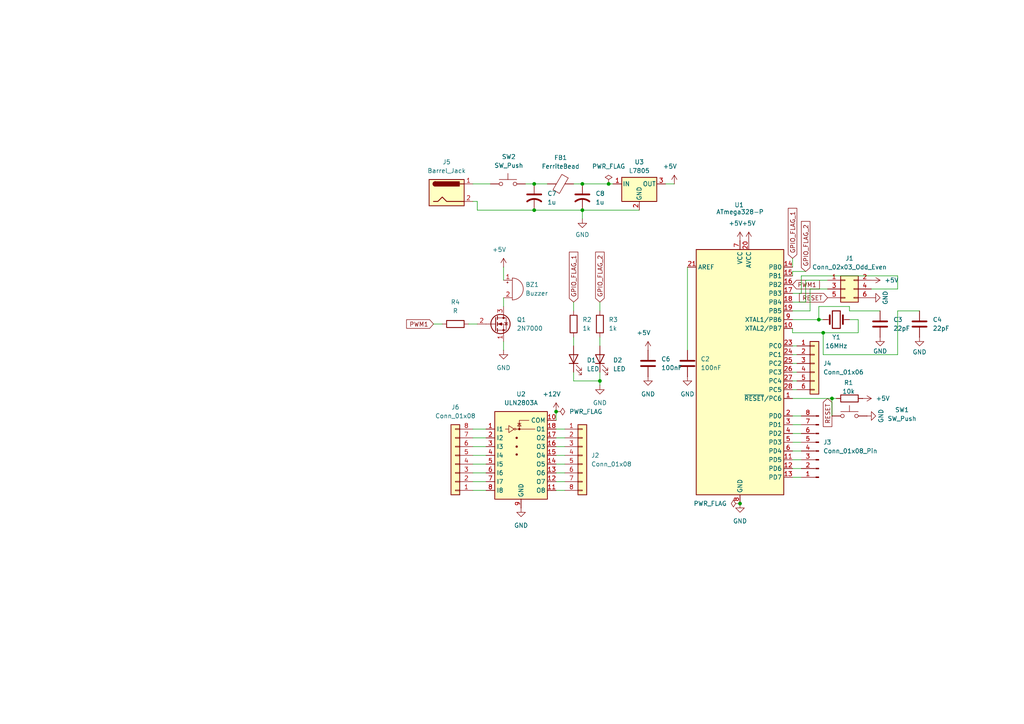
<source format=kicad_sch>
(kicad_sch (version 20250114) (generator "eeschema") (generator_version "9.0")
  (paper "A4")
  (title_block (title "AVR Controller Board") (date "2026-02-23") (company "Chaitanya Rathi") (comment 1 "E168 E3") (comment 2 "Sap ID: 60002240220"))
  (lib_symbols
    (symbol "Connector:Barrel_Jack" (pin_names (offset 1.016))
      (property "Reference" "J" (at 0 5.334 0))
      (property "Value" "Barrel_Jack" (at 0 -5.08 0))
      (symbol "Barrel_Jack_0_1"
        (rectangle (start -5.08 3.81) (end 5.08 -3.81) (stroke (width 0.254)) (fill (type background)))
        (polyline (pts (xy -3.81 -2.54) (xy -2.54 -2.54) (xy -1.27 -1.27) (xy 0 -2.54) (xy 2.54 -2.54) (xy 5.08 -2.54)) (stroke (width 0.254)))
        (arc (start -3.302 1.905) (mid -3.9343 2.54) (end -3.302 3.175) (stroke (width 0.254)))
        (arc (start -3.302 1.905) (mid -3.9343 2.54) (end -3.302 3.175) (stroke (width 0.254)) (fill (type outline)))
        (rectangle (start 3.683 3.175) (end -3.302 1.905) (stroke (width 0.254)) (fill (type outline)))
        (polyline (pts (xy 5.08 2.54) (xy 3.81 2.54)) (stroke (width 0.254)))
      )
      (symbol "Barrel_Jack_1_1"
        (pin passive line (at 7.62 2.54 180) (length 2.54) (name "~") (number "1"))
        (pin passive line (at 7.62 -2.54 180) (length 2.54) (name "~") (number "2"))
      )
    )
    (symbol "Connector:Conn_01x08_Pin" (pin_names (offset 1.016) (hide yes))
      (property "Reference" "J" (at 0 10.16 0))
      (property "Value" "Conn_01x08_Pin" (at 0 -12.7 0))
      (symbol "Conn_01x08_Pin_1_1"
        (rectangle (start 0.8636 7.747) (end 0 7.493) (stroke (width 0.1524)) (fill (type outline)))
        (rectangle (start 0.8636 5.207) (end 0 4.953) (stroke (width 0.1524)) (fill (type outline)))
        (rectangle (start 0.8636 2.667) (end 0 2.413) (stroke (width 0.1524)) (fill (type outline)))
        (rectangle (start 0.8636 0.127) (end 0 -0.127) (stroke (width 0.1524)) (fill (type outline)))
        (rectangle (start 0.8636 -2.413) (end 0 -2.667) (stroke (width 0.1524)) (fill (type outline)))
        (rectangle (start 0.8636 -4.953) (end 0 -5.207) (stroke (width 0.1524)) (fill (type outline)))
        (rectangle (start 0.8636 -7.493) (end 0 -7.747) (stroke (width 0.1524)) (fill (type outline)))
        (rectangle (start 0.8636 -10.033) (end 0 -10.287) (stroke (width 0.1524)) (fill (type outline)))
        (polyline (pts (xy 1.27 7.62) (xy 0.8636 7.62)) (stroke (width 0.1524)))
        (polyline (pts (xy 1.27 5.08) (xy 0.8636 5.08)) (stroke (width 0.1524)))
        (polyline (pts (xy 1.27 2.54) (xy 0.8636 2.54)) (stroke (width 0.1524)))
        (polyline (pts (xy 1.27 0) (xy 0.8636 0)) (stroke (width 0.1524)))
        (polyline (pts (xy 1.27 -2.54) (xy 0.8636 -2.54)) (stroke (width 0.1524)))
        (polyline (pts (xy 1.27 -5.08) (xy 0.8636 -5.08)) (stroke (width 0.1524)))
        (polyline (pts (xy 1.27 -7.62) (xy 0.8636 -7.62)) (stroke (width 0.1524)))
        (polyline (pts (xy 1.27 -10.16) (xy 0.8636 -10.16)) (stroke (width 0.1524)))
        (pin passive line (at 5.08 7.62 180) (length 3.81) (name "Pin_1") (number "1"))
        (pin passive line (at 5.08 5.08 180) (length 3.81) (name "Pin_2") (number "2"))
        (pin passive line (at 5.08 2.54 180) (length 3.81) (name "Pin_3") (number "3"))
        (pin passive line (at 5.08 0 180) (length 3.81) (name "Pin_4") (number "4"))
        (pin passive line (at 5.08 -2.54 180) (length 3.81) (name "Pin_5") (number "5"))
        (pin passive line (at 5.08 -5.08 180) (length 3.81) (name "Pin_6") (number "6"))
        (pin passive line (at 5.08 -7.62 180) (length 3.81) (name "Pin_7") (number "7"))
        (pin passive line (at 5.08 -10.16 180) (length 3.81) (name "Pin_8") (number "8"))
      )
    )
    (symbol "Connector_Generic:Conn_01x06" (pin_names (offset 1.016) (hide yes))
      (property "Reference" "J" (at 0 7.62 0))
      (property "Value" "Conn_01x06" (at 0 -10.16 0))
      (symbol "Conn_01x06_1_1"
        (rectangle (start -1.27 6.35) (end 1.27 -8.89) (stroke (width 0.254)) (fill (type background)))
        (rectangle (start -1.27 5.207) (end 0 4.953) (stroke (width 0.1524)))
        (rectangle (start -1.27 2.667) (end 0 2.413) (stroke (width 0.1524)))
        (rectangle (start -1.27 0.127) (end 0 -0.127) (stroke (width 0.1524)))
        (rectangle (start -1.27 -2.413) (end 0 -2.667) (stroke (width 0.1524)))
        (rectangle (start -1.27 -4.953) (end 0 -5.207) (stroke (width 0.1524)))
        (rectangle (start -1.27 -7.493) (end 0 -7.747) (stroke (width 0.1524)))
        (pin passive line (at -5.08 5.08 0) (length 3.81) (name "Pin_1") (number "1"))
        (pin passive line (at -5.08 2.54 0) (length 3.81) (name "Pin_2") (number "2"))
        (pin passive line (at -5.08 0 0) (length 3.81) (name "Pin_3") (number "3"))
        (pin passive line (at -5.08 -2.54 0) (length 3.81) (name "Pin_4") (number "4"))
        (pin passive line (at -5.08 -5.08 0) (length 3.81) (name "Pin_5") (number "5"))
        (pin passive line (at -5.08 -7.62 0) (length 3.81) (name "Pin_6") (number "6"))
      )
    )
    (symbol "Connector_Generic:Conn_01x08" (pin_names (offset 1.016) (hide yes))
      (property "Reference" "J" (at 0 10.16 0))
      (property "Value" "Conn_01x08" (at 0 -12.7 0))
      (symbol "Conn_01x08_1_1"
        (rectangle (start -1.27 8.89) (end 1.27 -11.43) (stroke (width 0.254)) (fill (type background)))
        (rectangle (start -1.27 7.747) (end 0 7.493) (stroke (width 0.1524)))
        (rectangle (start -1.27 5.207) (end 0 4.953) (stroke (width 0.1524)))
        (rectangle (start -1.27 2.667) (end 0 2.413) (stroke (width 0.1524)))
        (rectangle (start -1.27 0.127) (end 0 -0.127) (stroke (width 0.1524)))
        (rectangle (start -1.27 -2.413) (end 0 -2.667) (stroke (width 0.1524)))
        (rectangle (start -1.27 -4.953) (end 0 -5.207) (stroke (width 0.1524)))
        (rectangle (start -1.27 -7.493) (end 0 -7.747) (stroke (width 0.1524)))
        (rectangle (start -1.27 -10.033) (end 0 -10.287) (stroke (width 0.1524)))
        (pin passive line (at -5.08 7.62 0) (length 3.81) (name "Pin_1") (number "1"))
        (pin passive line (at -5.08 5.08 0) (length 3.81) (name "Pin_2") (number "2"))
        (pin passive line (at -5.08 2.54 0) (length 3.81) (name "Pin_3") (number "3"))
        (pin passive line (at -5.08 0 0) (length 3.81) (name "Pin_4") (number "4"))
        (pin passive line (at -5.08 -2.54 0) (length 3.81) (name "Pin_5") (number "5"))
        (pin passive line (at -5.08 -5.08 0) (length 3.81) (name "Pin_6") (number "6"))
        (pin passive line (at -5.08 -7.62 0) (length 3.81) (name "Pin_7") (number "7"))
        (pin passive line (at -5.08 -10.16 0) (length 3.81) (name "Pin_8") (number "8"))
      )
    )
    (symbol "Connector_Generic:Conn_02x03_Odd_Even" (pin_names (offset 1.016) (hide yes))
      (property "Reference" "J" (at 1.27 5.08 0))
      (property "Value" "Conn_02x03_Odd_Even" (at 1.27 -5.08 0))
      (symbol "Conn_02x03_Odd_Even_1_1"
        (rectangle (start -1.27 3.81) (end 3.81 -3.81) (stroke (width 0.254)) (fill (type background)))
        (rectangle (start -1.27 2.667) (end 0 2.413) (stroke (width 0.1524)))
        (rectangle (start -1.27 0.127) (end 0 -0.127) (stroke (width 0.1524)))
        (rectangle (start -1.27 -2.413) (end 0 -2.667) (stroke (width 0.1524)))
        (rectangle (start 3.81 2.667) (end 2.54 2.413) (stroke (width 0.1524)))
        (rectangle (start 3.81 0.127) (end 2.54 -0.127) (stroke (width 0.1524)))
        (rectangle (start 3.81 -2.413) (end 2.54 -2.667) (stroke (width 0.1524)))
        (pin passive line (at -5.08 2.54 0) (length 3.81) (name "Pin_1") (number "1"))
        (pin passive line (at -5.08 0 0) (length 3.81) (name "Pin_3") (number "3"))
        (pin passive line (at -5.08 -2.54 0) (length 3.81) (name "Pin_5") (number "5"))
        (pin passive line (at 7.62 2.54 180) (length 3.81) (name "Pin_2") (number "2"))
        (pin passive line (at 7.62 0 180) (length 3.81) (name "Pin_4") (number "4"))
        (pin passive line (at 7.62 -2.54 180) (length 3.81) (name "Pin_6") (number "6"))
      )
    )
    (symbol "Device:Buzzer" (pin_names (offset 0.0254) (hide yes))
      (property "Reference" "BZ" (at 3.81 1.27 0))
      (property "Value" "Buzzer" (at 3.81 -1.27 0))
      (symbol "Buzzer_0_1"
        (polyline (pts (xy -1.651 1.905) (xy -1.143 1.905)))
        (polyline (pts (xy -1.397 2.159) (xy -1.397 1.651)))
        (arc (start 0 3.175) (mid 3.1612 0) (end 0 -3.175))
        (polyline (pts (xy 0 3.175) (xy 0 -3.175)))
      )
      (symbol "Buzzer_1_1"
        (pin passive line (at -2.54 2.54 0) (length 2.54) (name "+") (number "1"))
        (pin passive line (at -2.54 -2.54 0) (length 2.54) (name "-") (number "2"))
      )
    )
    (symbol "Device:C" (pin_numbers (hide yes)) (pin_names (offset 0.254))
      (property "Reference" "C" (at 0.635 2.54 0))
      (property "Value" "C" (at 0.635 -2.54 0))
      (symbol "C_0_1"
        (polyline (pts (xy -2.032 0.762) (xy 2.032 0.762)) (stroke (width 0.508)))
        (polyline (pts (xy -2.032 -0.762) (xy 2.032 -0.762)) (stroke (width 0.508)))
      )
      (symbol "C_1_1"
        (pin passive line (at 0 3.81 270) (length 2.794) (name "~") (number "1"))
        (pin passive line (at 0 -3.81 90) (length 2.794) (name "~") (number "2"))
      )
    )
    (symbol "Device:C_US" (pin_numbers (hide yes)) (pin_names (offset 0.254) (hide yes))
      (property "Reference" "C" (at 0.635 2.54 0))
      (property "Value" "C_US" (at 0.635 -2.54 0))
      (symbol "C_US_0_1"
        (polyline (pts (xy -2.032 0.762) (xy 2.032 0.762)) (stroke (width 0.508)))
        (arc (start -2.032 -1.27) (mid 0 -0.5572) (end 2.032 -1.27) (stroke (width 0.508)))
      )
      (symbol "C_US_1_1"
        (pin passive line (at 0 3.81 270) (length 2.794) (name "~") (number "1"))
        (pin passive line (at 0 -3.81 90) (length 3.302) (name "~") (number "2"))
      )
    )
    (symbol "Device:Crystal" (pin_numbers (hide yes)) (pin_names (offset 1.016) (hide yes))
      (property "Reference" "Y" (at 0 3.81 0))
      (property "Value" "Crystal" (at 0 -3.81 0))
      (symbol "Crystal_0_1"
        (polyline (pts (xy -2.54 0) (xy -1.905 0)))
        (polyline (pts (xy -1.905 -1.27) (xy -1.905 1.27)) (stroke (width 0.508)))
        (rectangle (start -1.143 2.54) (end 1.143 -2.54) (stroke (width 0.3048)))
        (polyline (pts (xy 1.905 -1.27) (xy 1.905 1.27)) (stroke (width 0.508)))
        (polyline (pts (xy 2.54 0) (xy 1.905 0)))
      )
      (symbol "Crystal_1_1"
        (pin passive line (at -3.81 0 0) (length 1.27) (name "1") (number "1"))
        (pin passive line (at 3.81 0 180) (length 1.27) (name "2") (number "2"))
      )
    )
    (symbol "Device:FerriteBead" (pin_numbers (hide yes)) (pin_names (offset 0))
      (property "Reference" "FB" (at -3.81 0.635 90))
      (property "Value" "FerriteBead" (at 3.81 0 90))
      (symbol "FerriteBead_0_1"
        (polyline (pts (xy -2.7686 0.4064) (xy -1.7018 2.2606) (xy 2.7686 -0.3048) (xy 1.6764 -2.159) (xy -2.7686 0.4064)))
        (polyline (pts (xy 0 1.27) (xy 0 1.2954)))
        (polyline (pts (xy 0 -1.27) (xy 0 -1.2192)))
      )
      (symbol "FerriteBead_1_1"
        (pin passive line (at 0 3.81 270) (length 2.54) (name "~") (number "1"))
        (pin passive line (at 0 -3.81 90) (length 2.54) (name "~") (number "2"))
      )
    )
    (symbol "Device:LED" (pin_numbers (hide yes)) (pin_names (offset 1.016) (hide yes))
      (property "Reference" "D" (at 0 2.54 0))
      (property "Value" "LED" (at 0 -2.54 0))
      (symbol "LED_0_1"
        (polyline (pts (xy -3.048 -0.762) (xy -4.572 -2.286) (xy -3.81 -2.286) (xy -4.572 -2.286) (xy -4.572 -1.524)))
        (polyline (pts (xy -1.778 -0.762) (xy -3.302 -2.286) (xy -2.54 -2.286) (xy -3.302 -2.286) (xy -3.302 -1.524)))
        (polyline (pts (xy -1.27 0) (xy 1.27 0)))
        (polyline (pts (xy -1.27 -1.27) (xy -1.27 1.27)) (stroke (width 0.254)))
        (polyline (pts (xy 1.27 -1.27) (xy 1.27 1.27) (xy -1.27 0) (xy 1.27 -1.27)) (stroke (width 0.254)))
      )
      (symbol "LED_1_1"
        (pin passive line (at -3.81 0 0) (length 2.54) (name "K") (number "1"))
        (pin passive line (at 3.81 0 180) (length 2.54) (name "A") (number "2"))
      )
    )
    (symbol "Device:R" (pin_numbers (hide yes)) (pin_names (offset 0))
      (property "Reference" "R" (at 2.032 0 90))
      (property "Value" "R" (at 0 0 90))
      (symbol "R_0_1"
        (rectangle (start -1.016 -2.54) (end 1.016 2.54) (stroke (width 0.254)))
      )
      (symbol "R_1_1"
        (pin passive line (at 0 3.81 270) (length 1.27) (name "~") (number "1"))
        (pin passive line (at 0 -3.81 90) (length 1.27) (name "~") (number "2"))
      )
    )
    (symbol "MCU_Microchip_ATmega:ATmega328-P"
      (property "Reference" "U" (at -12.7 36.83 0))
      (property "Value" "ATmega328-P" (at 2.54 -36.83 0))
      (symbol "ATmega328-P_0_1"
        (rectangle (start -12.7 -35.56) (end 12.7 35.56) (stroke (width 0.254)) (fill (type background)))
      )
      (symbol "ATmega328-P_1_1"
        (pin passive line (at -15.24 30.48 0) (length 2.54) (name "AREF") (number "21"))
        (pin power_in line (at 0 38.1 270) (length 2.54) (name "VCC") (number "7"))
        (pin passive line (at 0 -38.1 90) (length 2.54) (hide yes) (name "GND") (number "22"))
        (pin power_in line (at 0 -38.1 90) (length 2.54) (name "GND") (number "8"))
        (pin power_in line (at 2.54 38.1 270) (length 2.54) (name "AVCC") (number "20"))
        (pin bidirectional line (at 15.24 30.48 180) (length 2.54) (name "PB0") (number "14"))
        (pin bidirectional line (at 15.24 27.94 180) (length 2.54) (name "PB1") (number "15"))
        (pin bidirectional line (at 15.24 25.4 180) (length 2.54) (name "PB2") (number "16"))
        (pin bidirectional line (at 15.24 22.86 180) (length 2.54) (name "PB3") (number "17"))
        (pin bidirectional line (at 15.24 20.32 180) (length 2.54) (name "PB4") (number "18"))
        (pin bidirectional line (at 15.24 17.78 180) (length 2.54) (name "PB5") (number "19"))
        (pin bidirectional line (at 15.24 15.24 180) (length 2.54) (name "XTAL1/PB6") (number "9"))
        (pin bidirectional line (at 15.24 12.7 180) (length 2.54) (name "XTAL2/PB7") (number "10"))
        (pin bidirectional line (at 15.24 7.62 180) (length 2.54) (name "PC0") (number "23"))
        (pin bidirectional line (at 15.24 5.08 180) (length 2.54) (name "PC1") (number "24"))
        (pin bidirectional line (at 15.24 2.54 180) (length 2.54) (name "PC2") (number "25"))
        (pin bidirectional line (at 15.24 0 180) (length 2.54) (name "PC3") (number "26"))
        (pin bidirectional line (at 15.24 -2.54 180) (length 2.54) (name "PC4") (number "27"))
        (pin bidirectional line (at 15.24 -5.08 180) (length 2.54) (name "PC5") (number "28"))
        (pin bidirectional line (at 15.24 -7.62 180) (length 2.54) (name "~{RESET}/PC6") (number "1"))
        (pin bidirectional line (at 15.24 -12.7 180) (length 2.54) (name "PD0") (number "2"))
        (pin bidirectional line (at 15.24 -15.24 180) (length 2.54) (name "PD1") (number "3"))
        (pin bidirectional line (at 15.24 -17.78 180) (length 2.54) (name "PD2") (number "4"))
        (pin bidirectional line (at 15.24 -20.32 180) (length 2.54) (name "PD3") (number "5"))
        (pin bidirectional line (at 15.24 -22.86 180) (length 2.54) (name "PD4") (number "6"))
        (pin bidirectional line (at 15.24 -25.4 180) (length 2.54) (name "PD5") (number "11"))
        (pin bidirectional line (at 15.24 -27.94 180) (length 2.54) (name "PD6") (number "12"))
        (pin bidirectional line (at 15.24 -30.48 180) (length 2.54) (name "PD7") (number "13"))
      )
    )
    (symbol "Regulator_Linear:L7805" (pin_names (offset 0.254))
      (property "Reference" "U" (at -3.81 3.175 0))
      (property "Value" "L7805" (at 0 3.175 0))
      (symbol "L7805_0_1"
        (rectangle (start -5.08 1.905) (end 5.08 -5.08) (stroke (width 0.254)) (fill (type background)))
      )
      (symbol "L7805_1_1"
        (pin power_in line (at -7.62 0 0) (length 2.54) (name "IN") (number "1"))
        (pin power_in line (at 0 -7.62 90) (length 2.54) (name "GND") (number "2"))
        (pin power_out line (at 7.62 0 180) (length 2.54) (name "OUT") (number "3"))
      )
    )
    (symbol "Switch:SW_Push" (pin_numbers (hide yes)) (pin_names (offset 1.016) (hide yes))
      (property "Reference" "SW" (at 1.27 2.54 0))
      (property "Value" "SW_Push" (at 0 -1.524 0))
      (symbol "SW_Push_0_1"
        (circle (center -2.032 0) (radius 0.508))
        (polyline (pts (xy 0 1.27) (xy 0 3.048)))
        (circle (center 2.032 0) (radius 0.508))
        (polyline (pts (xy 2.54 1.27) (xy -2.54 1.27)))
        (pin passive line (at -5.08 0 0) (length 2.54) (name "1") (number "1"))
        (pin passive line (at 5.08 0 180) (length 2.54) (name "2") (number "2"))
      )
    )
    (symbol "Transistor_Array:ULN2803A"
      (property "Reference" "U" (at 0 13.335 0))
      (property "Value" "ULN2803A" (at 0 11.43 0))
      (symbol "ULN2803A_0_1"
        (rectangle (start -7.62 -15.24) (end 7.62 10.16) (stroke (width 0.254)) (fill (type background)))
        (polyline (pts (xy -4.572 5.08) (xy -3.556 5.08)))
        (polyline (pts (xy -3.556 6.096) (xy -3.556 4.064) (xy -2.032 5.08) (xy -3.556 6.096)))
        (circle (center -1.778 5.08) (radius 0.254))
        (polyline (pts (xy -1.524 5.08) (xy 4.064 5.08)))
        (circle (center -1.27 2.54) (radius 0.254) (fill (type outline)))
        (circle (center -1.27 0) (radius 0.254) (fill (type outline)))
        (circle (center -1.27 -2.286) (radius 0.254) (fill (type outline)))
        (circle (center -0.508 5.08) (radius 0.254) (fill (type outline)))
        (polyline (pts (xy -0.508 5.08) (xy -0.508 7.62) (xy 2.286 7.62)))
        (polyline (pts (xy 0 6.731) (xy -1.016 6.731)))
        (polyline (pts (xy 0 5.969) (xy -1.016 5.969) (xy -0.508 6.731) (xy 0 5.969)))
      )
      (symbol "ULN2803A_1_1"
        (pin input line (at -10.16 5.08 0) (length 2.54) (name "I1") (number "1"))
        (pin input line (at -10.16 2.54 0) (length 2.54) (name "I2") (number "2"))
        (pin input line (at -10.16 0 0) (length 2.54) (name "I3") (number "3"))
        (pin input line (at -10.16 -2.54 0) (length 2.54) (name "I4") (number "4"))
        (pin input line (at -10.16 -5.08 0) (length 2.54) (name "I5") (number "5"))
        (pin input line (at -10.16 -7.62 0) (length 2.54) (name "I6") (number "6"))
        (pin input line (at -10.16 -10.16 0) (length 2.54) (name "I7") (number "7"))
        (pin input line (at -10.16 -12.7 0) (length 2.54) (name "I8") (number "8"))
        (pin power_in line (at 0 -17.78 90) (length 2.54) (name "GND") (number "9"))
        (pin passive line (at 10.16 7.62 180) (length 2.54) (name "COM") (number "10"))
        (pin open_collector line (at 10.16 5.08 180) (length 2.54) (name "O1") (number "18"))
        (pin open_collector line (at 10.16 2.54 180) (length 2.54) (name "O2") (number "17"))
        (pin open_collector line (at 10.16 0 180) (length 2.54) (name "O3") (number "16"))
        (pin open_collector line (at 10.16 -2.54 180) (length 2.54) (name "O4") (number "15"))
        (pin open_collector line (at 10.16 -5.08 180) (length 2.54) (name "O5") (number "14"))
        (pin open_collector line (at 10.16 -7.62 180) (length 2.54) (name "O6") (number "13"))
        (pin open_collector line (at 10.16 -10.16 180) (length 2.54) (name "O7") (number "12"))
        (pin open_collector line (at 10.16 -12.7 180) (length 2.54) (name "O8") (number "11"))
      )
    )
    (symbol "Transistor_FET:2N7000" (pin_names (hide yes))
      (property "Reference" "Q" (at 5.08 1.905 0))
      (property "Value" "2N7000" (at 5.08 0 0))
      (symbol "2N7000_0_1"
        (polyline (pts (xy 0.254 1.905) (xy 0.254 -1.905)) (stroke (width 0.254)))
        (polyline (pts (xy 0.254 0) (xy -2.54 0)))
        (polyline (pts (xy 0.762 2.286) (xy 0.762 1.27)) (stroke (width 0.254)))
        (polyline (pts (xy 0.762 0.508) (xy 0.762 -0.508)) (stroke (width 0.254)))
        (polyline (pts (xy 0.762 -1.27) (xy 0.762 -2.286)) (stroke (width 0.254)))
        (polyline (pts (xy 0.762 -1.778) (xy 3.302 -1.778) (xy 3.302 1.778) (xy 0.762 1.778)))
        (polyline (pts (xy 1.016 0) (xy 2.032 0.381) (xy 2.032 -0.381) (xy 1.016 0)) (fill (type outline)))
        (circle (center 1.651 0) (radius 2.794) (stroke (width 0.254)))
        (polyline (pts (xy 2.54 2.54) (xy 2.54 1.778)))
        (circle (center 2.54 1.778) (radius 0.254) (fill (type outline)))
        (circle (center 2.54 -1.778) (radius 0.254) (fill (type outline)))
        (polyline (pts (xy 2.54 -2.54) (xy 2.54 0) (xy 0.762 0)))
        (polyline (pts (xy 2.794 0.508) (xy 2.921 0.381) (xy 3.683 0.381) (xy 3.81 0.254)))
        (polyline (pts (xy 3.302 0.381) (xy 2.921 -0.254) (xy 3.683 -0.254) (xy 3.302 0.381)))
      )
      (symbol "2N7000_1_1"
        (pin input line (at -5.08 0 0) (length 2.54) (name "G") (number "2"))
        (pin passive line (at 2.54 5.08 270) (length 2.54) (name "D") (number "3"))
        (pin passive line (at 2.54 -5.08 90) (length 2.54) (name "S") (number "1"))
      )
    )
    (symbol "power:+5V" (power) (pin_numbers (hide yes)) (pin_names (offset 0) (hide yes))
      (property "Value" "+5V" (at 0 3.556 0))
      (symbol "+5V_0_1"
        (polyline (pts (xy -0.762 1.27) (xy 0 2.54)))
        (polyline (pts (xy 0 2.54) (xy 0.762 1.27)))
        (polyline (pts (xy 0 0) (xy 0 2.54)))
      )
      (symbol "+5V_1_1"
        (pin power_in line (at 0 0 90) (length 0) (name "~") (number "1"))
      )
    )
    (symbol "power:GND" (power) (pin_numbers (hide yes)) (pin_names (offset 0) (hide yes))
      (property "Value" "GND" (at 0 -3.81 0))
      (symbol "GND_0_1"
        (polyline (pts (xy 0 0) (xy 0 -1.27) (xy 1.27 -1.27) (xy 0 -2.54) (xy -1.27 -1.27) (xy 0 -1.27)))
      )
      (symbol "GND_1_1"
        (pin power_in line (at 0 0 270) (length 0) (name "~") (number "1"))
      )
    )
    (symbol "power:PWR_FLAG" (power) (pin_numbers (hide yes)) (pin_names (offset 0) (hide yes))
      (property "Value" "PWR_FLAG" (at 0 3.81 0))
      (symbol "PWR_FLAG_0_0"
        (pin power_out line (at 0 0 90) (length 0) (name "~") (number "1"))
      )
      (symbol "PWR_FLAG_0_1"
        (polyline (pts (xy 0 0) (xy 0 1.27) (xy -1.016 1.905) (xy 0 2.54) (xy 1.016 1.905) (xy 0 1.27)))
      )
    )
  )
  (junction (at 238.76 96.52))
  (junction (at 176.53 53.34))
  (junction (at 173.99 110.49))
  (junction (at 237.49 92.71))
  (junction (at 168.91 60.96))
  (junction (at 154.94 60.96))
  (junction (at 168.91 53.34))
  (junction (at 154.94 53.34))
  (junction (at 161.29 119.38))
  (junction (at 241.3 115.57))
  (junction (at 214.63 146.05))
  (wire (pts (xy 137.16 142.24) (xy 140.97 142.24)))
  (wire (pts (xy 161.29 129.54) (xy 163.83 129.54)))
  (wire (pts (xy 168.91 53.34) (xy 176.53 53.34)))
  (wire (pts (xy 166.37 110.49) (xy 173.99 110.49)))
  (wire (pts (xy 229.87 125.73) (xy 232.41 125.73)))
  (wire (pts (xy 229.87 78.74) (xy 229.87 80.01)))
  (wire (pts (xy 229.87 130.81) (xy 232.41 130.81)))
  (wire (pts (xy 260.35 102.87) (xy 238.76 102.87)))
  (wire (pts (xy 229.87 92.71) (xy 237.49 92.71)))
  (wire (pts (xy 146.05 99.06) (xy 146.05 101.6)))
  (wire (pts (xy 168.91 60.96) (xy 168.91 63.5)))
  (wire (pts (xy 240.03 83.82) (xy 234.95 83.82)))
  (wire (pts (xy 233.68 78.74) (xy 229.87 78.74)))
  (wire (pts (xy 248.92 96.52) (xy 238.76 96.52)))
  (wire (pts (xy 166.37 107.95) (xy 166.37 110.49)))
  (wire (pts (xy 161.29 137.16) (xy 163.83 137.16)))
  (wire (pts (xy 266.7 90.17) (xy 260.35 90.17)))
  (wire (pts (xy 152.4 53.34) (xy 154.94 53.34)))
  (wire (pts (xy 146.05 86.36) (xy 146.05 88.9)))
  (wire (pts (xy 154.94 60.96) (xy 168.91 60.96)))
  (wire (pts (xy 260.35 80.01) (xy 232.41 80.01)))
  (wire (pts (xy 137.16 137.16) (xy 140.97 137.16)))
  (wire (pts (xy 199.39 101.6) (xy 199.39 77.47)))
  (wire (pts (xy 232.41 80.01) (xy 232.41 85.09)))
  (wire (pts (xy 234.95 90.17) (xy 229.87 90.17)))
  (wire (pts (xy 137.16 134.62) (xy 140.97 134.62)))
  (wire (pts (xy 135.89 93.98) (xy 138.43 93.98)))
  (wire (pts (xy 229.87 96.52) (xy 229.87 95.25)))
  (wire (pts (xy 137.16 129.54) (xy 140.97 129.54)))
  (wire (pts (xy 246.38 90.17) (xy 246.38 88.9)))
  (wire (pts (xy 233.68 81.28) (xy 233.68 87.63)))
  (wire (pts (xy 137.16 139.7) (xy 140.97 139.7)))
  (wire (pts (xy 229.87 120.65) (xy 232.41 120.65)))
  (wire (pts (xy 229.87 96.52) (xy 238.76 96.52)))
  (wire (pts (xy 260.35 90.17) (xy 260.35 102.87)))
  (wire (pts (xy 241.3 120.65) (xy 241.3 115.57)))
  (wire (pts (xy 229.87 135.89) (xy 232.41 135.89)))
  (wire (pts (xy 173.99 87.63) (xy 173.99 90.17)))
  (wire (pts (xy 229.87 102.87) (xy 231.14 102.87)))
  (wire (pts (xy 138.43 58.42) (xy 138.43 60.96)))
  (wire (pts (xy 246.38 92.71) (xy 248.92 92.71)))
  (wire (pts (xy 193.04 53.34) (xy 195.58 53.34)))
  (wire (pts (xy 229.87 100.33) (xy 231.14 100.33)))
  (wire (pts (xy 229.87 138.43) (xy 232.41 138.43)))
  (wire (pts (xy 161.29 132.08) (xy 163.83 132.08)))
  (wire (pts (xy 229.87 110.49) (xy 231.14 110.49)))
  (wire (pts (xy 137.16 127) (xy 140.97 127)))
  (wire (pts (xy 166.37 53.34) (xy 168.91 53.34)))
  (wire (pts (xy 161.29 124.46) (xy 163.83 124.46)))
  (wire (pts (xy 166.37 87.63) (xy 166.37 90.17)))
  (wire (pts (xy 260.35 83.82) (xy 260.35 80.01)))
  (wire (pts (xy 229.87 74.93) (xy 229.87 77.47)))
  (wire (pts (xy 161.29 139.7) (xy 163.83 139.7)))
  (wire (pts (xy 137.16 58.42) (xy 138.43 58.42)))
  (wire (pts (xy 234.95 83.82) (xy 234.95 90.17)))
  (wire (pts (xy 161.29 134.62) (xy 163.83 134.62)))
  (wire (pts (xy 173.99 110.49) (xy 173.99 111.76)))
  (wire (pts (xy 166.37 97.79) (xy 166.37 100.33)))
  (wire (pts (xy 246.38 88.9) (xy 237.49 88.9)))
  (wire (pts (xy 229.87 107.95) (xy 231.14 107.95)))
  (wire (pts (xy 248.92 92.71) (xy 248.92 96.52)))
  (wire (pts (xy 229.87 133.35) (xy 232.41 133.35)))
  (wire (pts (xy 137.16 124.46) (xy 140.97 124.46)))
  (wire (pts (xy 161.29 127) (xy 163.83 127)))
  (wire (pts (xy 176.53 53.34) (xy 177.8 53.34)))
  (wire (pts (xy 125.73 93.98) (xy 128.27 93.98)))
  (wire (pts (xy 240.03 81.28) (xy 233.68 81.28)))
  (wire (pts (xy 252.73 83.82) (xy 260.35 83.82)))
  (wire (pts (xy 237.49 88.9) (xy 237.49 92.71)))
  (wire (pts (xy 255.27 90.17) (xy 246.38 90.17)))
  (wire (pts (xy 137.16 53.34) (xy 142.24 53.34)))
  (wire (pts (xy 242.57 115.57) (xy 241.3 115.57)))
  (wire (pts (xy 173.99 107.95) (xy 173.99 110.49)))
  (wire (pts (xy 146.05 77.47) (xy 146.05 81.28)))
  (wire (pts (xy 229.87 123.19) (xy 232.41 123.19)))
  (wire (pts (xy 233.68 87.63) (xy 229.87 87.63)))
  (wire (pts (xy 229.87 115.57) (xy 241.3 115.57)))
  (wire (pts (xy 229.87 105.41) (xy 231.14 105.41)))
  (wire (pts (xy 137.16 132.08) (xy 140.97 132.08)))
  (wire (pts (xy 138.43 60.96) (xy 154.94 60.96)))
  (wire (pts (xy 229.87 113.03) (xy 231.14 113.03)))
  (wire (pts (xy 232.41 85.09) (xy 229.87 85.09)))
  (wire (pts (xy 154.94 53.34) (xy 158.75 53.34)))
  (wire (pts (xy 161.29 119.38) (xy 161.29 121.92)))
  (wire (pts (xy 161.29 142.24) (xy 163.83 142.24)))
  (wire (pts (xy 168.91 60.96) (xy 185.42 60.96)))
  (wire (pts (xy 173.99 97.79) (xy 173.99 100.33)))
  (wire (pts (xy 238.76 102.87) (xy 238.76 96.52)))
  (wire (pts (xy 229.87 128.27) (xy 232.41 128.27)))
  (wire (pts (xy 237.49 92.71) (xy 238.76 92.71)))
  (global_label "PWM1" (shape input) (at 229.87 82.55 0) (property "Intersheetrefs" "${INTERSHEET_REFS}" (effects (hide yes))))
  (global_label "PWM1" (shape input) (at 125.73 93.98 180) (property "Intersheetrefs" "${INTERSHEET_REFS}" (effects (hide yes))))
  (global_label "RESET" (shape input) (at 240.03 115.57 270) (property "Intersheetrefs" "${INTERSHEET_REFS}" (effects (hide yes))))
  (global_label "GPIO_FLAG_1" (shape input) (at 166.37 87.63 90) (property "Intersheetrefs" "${INTERSHEET_REFS}" (effects (hide yes))))
  (global_label "GPIO_FLAG_2" (shape input) (at 173.99 87.63 90) (property "Intersheetrefs" "${INTERSHEET_REFS}" (effects (hide yes))))
  (global_label "GPIO_FLAG_2" (shape input) (at 233.68 78.74 90) (property "Intersheetrefs" "${INTERSHEET_REFS}" (effects (hide yes))))
  (global_label "RESET" (shape input) (at 240.03 86.36 180) (property "Intersheetrefs" "${INTERSHEET_REFS}" (effects (hide yes))))
  (global_label "GPIO_FLAG_1" (shape input) (at 229.87 74.93 90) (property "Intersheetrefs" "${INTERSHEET_REFS}" (effects (hide yes))))
  (symbol (lib_id "Switch:SW_Push") (at 246.38 120.65 0) (unit 1)
    (property "Reference" "SW1" (at 261.62 118.872 0))
    (property "Value" "SW_Push" (at 261.62 121.412 0))
    (property "Footprint" "Button_Switch_THT:SW_PUSH_6mm" (effects (hide yes)))
    (property "Description" "Push button switch, generic, two pins" (effects (hide yes)))
  )
  (symbol (lib_id "Connector:Barrel_Jack") (at 129.54 55.88 0) (unit 1)
    (property "Reference" "J5" (at 129.54 46.99 0))
    (property "Value" "Barrel_Jack" (at 129.54 49.53 0))
    (property "Footprint" "Connector_BarrelJack:BarrelJack_Horizontal" (effects (hide yes)))
    (property "Description" "DC Barrel Jack" (effects (hide yes)))
  )
  (symbol (lib_id "power:+5V") (at 214.63 69.85 0) (unit 1)
    (property "Reference" "#PWR02" (effects (hide yes)))
    (property "Value" "+5V" (at 213.36 64.77 0))
    (property "Description" "Power symbol creates a global label with name \"+5V\"" (effects (hide yes)))
  )
  (symbol (lib_id "Connector_Generic:Conn_02x03_Odd_Even") (at 245.11 83.82 0) (unit 1)
    (property "Reference" "J1" (at 246.38 74.93 0))
    (property "Value" "Conn_02x03_Odd_Even" (at 246.38 77.47 0))
    (property "Footprint" "Connector_PinHeader_2.54mm:PinHeader_2x03_P2.54mm_Vertical" (effects (hide yes)))
    (property "Description" "Generic connector, double row, 02x03, odd/even pin numbering scheme (row 1 odd numbers, row 2 even numbers), script generated (kicad-library-utils/schlib/autogen/connector/)" (effects (hide yes)))
  )
  (symbol (lib_id "Device:C") (at 266.7 93.98 0) (unit 1)
    (property "Reference" "C4" (at 270.51 92.7099 0) (effects (justify left)))
    (property "Value" "22pF" (at 270.51 95.2499 0) (effects (justify left)))
    (property "Footprint" "Capacitor_THT:C_Disc_D5.0mm_W2.5mm_P5.00mm" (effects (hide yes)))
    (property "Description" "Unpolarized capacitor" (effects (hide yes)))
  )
  (symbol (lib_id "power:GND") (at 146.05 101.6 0) (unit 1)
    (property "Reference" "#PWR019" (effects (hide yes)))
    (property "Value" "GND" (at 146.05 106.68 0))
    (property "Description" "Power symbol creates a global label with name \"GND\" , ground" (effects (hide yes)))
  )
  (symbol (lib_id "power:+5V") (at 250.19 115.57 270) (unit 1)
    (property "Reference" "#PWR09" (effects (hide yes)))
    (property "Value" "+5V" (at 254 115.5699 90) (effects (justify left)))
    (property "Description" "Power symbol creates a global label with name \"+5V\"" (effects (hide yes)))
  )
  (symbol (lib_id "Device:FerriteBead") (at 162.56 53.34 270) (unit 1)
    (property "Reference" "FB1" (at 162.6108 45.72 90))
    (property "Value" "FerriteBead" (at 162.6108 48.26 90))
    (property "Footprint" "Ferrite_THT:LairdTech_28C0236-0JW-10" (effects (hide yes)))
    (property "Description" "Ferrite bead" (effects (hide yes)))
  )
  (symbol (lib_id "Device:R") (at 246.38 115.57 90) (unit 1)
    (property "Reference" "R1" (at 246.126 110.998 90))
    (property "Value" "10k" (at 246.126 113.538 90))
    (property "Footprint" "Resistor_THT:R_Axial_DIN0207_L6.3mm_D2.5mm_P10.16mm_Horizontal" (effects (hide yes)))
    (property "Description" "Resistor" (effects (hide yes)))
  )
  (symbol (lib_id "Transistor_FET:2N7000") (at 143.51 93.98 0) (unit 1)
    (property "Reference" "Q1" (at 149.86 92.7099 0) (effects (justify left)))
    (property "Value" "2N7000" (at 149.86 95.2499 0) (effects (justify left)))
    (property "Footprint" "Package_TO_SOT_THT:TO-92_Inline" (effects (hide yes)))
    (property "Datasheet" "https://www.vishay.com/docs/70226/70226.pdf" (effects (hide yes)))
    (property "Description" "0.2A Id, 200V Vds, N-Channel MOSFET, 2.6V Logic Level, TO-92" (effects (hide yes)))
  )
  (symbol (lib_id "Device:Buzzer") (at 148.59 83.82 0) (unit 1)
    (property "Reference" "BZ1" (at 152.4 82.5499 0) (effects (justify left)))
    (property "Value" "Buzzer" (at 152.4 85.0899 0) (effects (justify left)))
    (property "Footprint" "Buzzer_Beeper:Buzzer_15x7.5RM7.6" (effects (hide yes)))
    (property "Description" "Buzzer, polarized" (effects (hide yes)))
  )
  (symbol (lib_id "Device:C") (at 187.96 105.41 180) (unit 1)
    (property "Reference" "C6" (at 191.77 104.1399 0) (effects (justify right)))
    (property "Value" "100nF" (at 191.77 106.6799 0) (effects (justify right)))
    (property "Footprint" "Capacitor_THT:C_Disc_D5.0mm_W2.5mm_P5.00mm" (effects (hide yes)))
    (property "Description" "Unpolarized capacitor" (effects (hide yes)))
  )
  (symbol (lib_id "Connector_Generic:Conn_01x08") (at 132.08 134.62 180) (unit 1)
    (property "Reference" "J6" (at 132.08 118.11 0))
    (property "Value" "Conn_01x08" (at 132.08 120.65 0))
    (property "Footprint" "Connector_PinHeader_2.54mm:PinHeader_1x08_P2.54mm_Vertical" (effects (hide yes)))
    (property "Description" "Generic connector, single row, 01x08, script generated (kicad-library-utils/schlib/autogen/connector/)" (effects (hide yes)))
  )
  (symbol (lib_id "power:+5V") (at 252.73 81.28 270) (unit 1)
    (property "Reference" "#PWR012" (effects (hide yes)))
    (property "Value" "+5V" (at 256.54 81.2799 90) (effects (justify left)))
    (property "Description" "Power symbol creates a global label with name \"+5V\"" (effects (hide yes)))
  )
  (symbol (lib_id "power:PWR_FLAG") (at 161.29 119.38 270) (unit 1)
    (property "Reference" "#FLG02" (effects (hide yes)))
    (property "Value" "PWR_FLAG" (at 165.1 119.3799 90) (effects (justify left)))
    (property "Description" "Special symbol for telling ERC where power comes from" (effects (hide yes)))
  )
  (symbol (lib_id "power:+5V") (at 217.17 69.85 0) (unit 1)
    (property "Reference" "#PWR03" (effects (hide yes)))
    (property "Value" "+5V" (at 217.17 64.77 0))
    (property "Description" "Power symbol creates a global label with name \"+5V\"" (effects (hide yes)))
  )
  (symbol (lib_id "power:GND") (at 168.91 63.5 0) (unit 1)
    (property "Reference" "#PWR020" (effects (hide yes)))
    (property "Value" "GND" (at 168.91 68.072 0))
    (property "Description" "Power symbol creates a global label with name \"GND\" , ground" (effects (hide yes)))
  )
  (symbol (lib_id "Device:R") (at 166.37 93.98 0) (unit 1)
    (property "Reference" "R2" (at 168.91 92.7099 0) (effects (justify left)))
    (property "Value" "1k" (at 168.91 95.2499 0) (effects (justify left)))
    (property "Footprint" "Resistor_THT:R_Axial_DIN0207_L6.3mm_D2.5mm_P10.16mm_Horizontal" (effects (hide yes)))
    (property "Description" "Resistor" (effects (hide yes)))
  )
  (symbol (lib_id "Device:Crystal") (at 242.57 92.71 0) (unit 1)
    (property "Reference" "Y1" (at 242.57 97.79 0))
    (property "Value" "16MHz" (at 242.57 100.33 0))
    (property "Footprint" "Crystal:Crystal_HC49-4H_Vertical" (effects (hide yes)))
    (property "Description" "Two pin crystal" (effects (hide yes)))
  )
  (symbol (lib_id "Device:R") (at 173.99 93.98 0) (unit 1)
    (property "Reference" "R3" (at 176.53 92.7099 0) (effects (justify left)))
    (property "Value" "1k" (at 176.53 95.2499 0) (effects (justify left)))
    (property "Footprint" "Resistor_THT:R_Axial_DIN0207_L6.3mm_D2.5mm_P10.16mm_Horizontal" (effects (hide yes)))
    (property "Description" "Resistor" (effects (hide yes)))
  )
  (symbol (lib_id "Connector:Conn_01x08_Pin") (at 237.49 130.81 180) (unit 1)
    (property "Reference" "J3" (at 238.76 128.2699 0) (effects (justify right)))
    (property "Value" "Conn_01x08_Pin" (at 238.76 130.8099 0) (effects (justify right)))
    (property "Footprint" "Connector_PinHeader_2.54mm:PinHeader_1x08_P2.54mm_Vertical" (effects (hide yes)))
    (property "Description" "Generic connector, single row, 01x08, script generated" (effects (hide yes)))
  )
  (symbol (lib_id "power:+5V") (at 195.58 53.34 0) (unit 1)
    (property "Reference" "#PWR021" (effects (hide yes)))
    (property "Value" "+5V" (at 194.31 48.26 0))
    (property "Description" "Power symbol creates a global label with name \"+5V\"" (effects (hide yes)))
  )
  (symbol (lib_id "MCU_Microchip_ATmega:ATmega328-P") (at 214.63 107.95 0) (unit 1)
    (property "Reference" "U1" (at 214.376 59.436 0))
    (property "Value" "ATmega328-P" (at 214.63 61.468 0))
    (property "Footprint" "Package_DIP:DIP-28_W7.62mm" (effects (hide yes)))
    (property "Datasheet" "http://ww1.microchip.com/downloads/en/DeviceDoc/ATmega328_P%20AVR%20MCU%20with%20picoPower%20Technology%20Data%20Sheet%2040001984A.pdf" (effects (hide yes)))
    (property "Description" "20MHz, 32kB Flash, 2kB SRAM, 1kB EEPROM, DIP-28" (effects (hide yes)))
  )
  (symbol (lib_id "power:+5V") (at 187.96 101.6 0) (unit 1)
    (property "Reference" "#PWR016" (effects (hide yes)))
    (property "Value" "+5V" (at 186.69 96.52 0))
    (property "Description" "Power symbol creates a global label with name \"+5V\"" (effects (hide yes)))
  )
  (symbol (lib_id "power:GND") (at 199.39 109.22 0) (unit 1)
    (property "Reference" "#PWR06" (effects (hide yes)))
    (property "Value" "GND" (at 199.39 114.3 0))
    (property "Description" "Power symbol creates a global label with name \"GND\" , ground" (effects (hide yes)))
  )
  (symbol (lib_id "Device:LED") (at 166.37 104.14 90) (unit 1)
    (property "Reference" "D1" (at 170.18 104.4574 90) (effects (justify right)))
    (property "Value" "LED" (at 170.18 106.9974 90) (effects (justify right)))
    (property "Footprint" "LED_THT:LED_D3.0mm" (effects (hide yes)))
    (property "Description" "Light emitting diode" (effects (hide yes)))
    (property "Sim.Pins" "1=K 2=A" (effects (hide yes)))
  )
  (symbol (lib_id "Device:C_US") (at 168.91 57.15 0) (unit 1)
    (property "Reference" "C8" (at 172.72 56.1339 0) (effects (justify left)))
    (property "Value" "1u" (at 172.72 58.6739 0) (effects (justify left)))
    (property "Footprint" "Capacitor_THT:C_Disc_D5.0mm_W2.5mm_P5.00mm" (effects (hide yes)))
    (property "Description" "capacitor, US symbol" (effects (hide yes)))
  )
  (symbol (lib_id "Connector_Generic:Conn_01x08") (at 168.91 132.08 0) (unit 1)
    (property "Reference" "J2" (at 171.45 132.0799 0) (effects (justify left)))
    (property "Value" "Conn_01x08" (at 171.45 134.6199 0) (effects (justify left)))
    (property "Footprint" "Connector_PinHeader_2.54mm:PinHeader_1x08_P2.54mm_Vertical" (effects (hide yes)))
    (property "Description" "Generic connector, single row, 01x08, script generated (kicad-library-utils/schlib/autogen/connector/)" (effects (hide yes)))
  )
  (symbol (lib_id "Transistor_Array:ULN2803A") (at 151.13 129.54 0) (unit 1)
    (property "Reference" "U2" (at 151.13 114.3 0))
    (property "Value" "ULN2803A" (at 151.13 116.84 0))
    (property "Footprint" "Package_SO:SOIC-18W_7.5x11.6mm_P1.27mm" (effects (hide yes)))
    (property "Datasheet" "http://www.ti.com/lit/ds/symlink/uln2803a.pdf" (effects (hide yes)))
    (property "Description" "Darlington Transistor Arrays, SOIC18/DIP18" (effects (hide yes)))
  )
  (symbol (lib_id "power:GND") (at 214.63 146.05 0) (unit 1)
    (property "Reference" "#PWR05" (effects (hide yes)))
    (property "Value" "GND" (at 214.63 151.13 0))
    (property "Description" "Power symbol creates a global label with name \"GND\" , ground" (effects (hide yes)))
  )
  (symbol (lib_id "Device:C") (at 199.39 105.41 180) (unit 1)
    (property "Reference" "C2" (at 203.2 104.1399 0) (effects (justify right)))
    (property "Value" "100nF" (at 203.2 106.6799 0) (effects (justify right)))
    (property "Footprint" "Capacitor_THT:C_Disc_D5.0mm_W2.5mm_P5.00mm" (effects (hide yes)))
    (property "Description" "Unpolarized capacitor" (effects (hide yes)))
  )
  (symbol (lib_id "power:GND") (at 255.27 97.79 0) (unit 1)
    (property "Reference" "#PWR07" (effects (hide yes)))
    (property "Value" "GND" (at 255.27 101.854 0))
    (property "Description" "Power symbol creates a global label with name \"GND\" , ground" (effects (hide yes)))
  )
  (symbol (lib_id "power:PWR_FLAG") (at 176.53 53.34 0) (unit 1)
    (property "Reference" "#FLG03" (effects (hide yes)))
    (property "Value" "PWR_FLAG" (at 176.53 48.26 0))
    (property "Description" "Special symbol for telling ERC where power comes from" (effects (hide yes)))
  )
  (symbol (lib_id "Device:C") (at 255.27 93.98 0) (unit 1)
    (property "Reference" "C3" (at 259.08 92.7099 0) (effects (justify left)))
    (property "Value" "22pF" (at 259.08 95.2499 0) (effects (justify left)))
    (property "Footprint" "Capacitor_THT:C_Disc_D5.0mm_W2.5mm_P5.00mm" (effects (hide yes)))
    (property "Description" "Unpolarized capacitor" (effects (hide yes)))
  )
  (symbol (lib_id "Connector_Generic:Conn_01x06") (at 236.22 105.41 0) (unit 1)
    (property "Reference" "J4" (at 238.76 105.4099 0) (effects (justify left)))
    (property "Value" "Conn_01x06" (at 238.76 107.9499 0) (effects (justify left)))
    (property "Footprint" "Connector_PinHeader_2.54mm:PinHeader_1x06_P2.54mm_Vertical" (effects (hide yes)))
    (property "Description" "Generic connector, single row, 01x06, script generated (kicad-library-utils/schlib/autogen/connector/)" (effects (hide yes)))
  )
  (symbol (lib_id "Device:R") (at 132.08 93.98 90) (unit 1)
    (property "Reference" "R4" (at 132.08 87.63 90))
    (property "Value" "R" (at 132.08 90.17 90))
    (property "Footprint" "Resistor_THT:R_Axial_DIN0207_L6.3mm_D2.5mm_P10.16mm_Horizontal" (effects (hide yes)))
    (property "Description" "Resistor" (effects (hide yes)))
  )
  (symbol (lib_id "power:GND") (at 187.96 109.22 0) (unit 1)
    (property "Reference" "#PWR015" (effects (hide yes)))
    (property "Value" "GND" (at 187.96 114.3 0))
    (property "Description" "Power symbol creates a global label with name \"GND\" , ground" (effects (hide yes)))
  )
  (symbol (lib_id "power:GND") (at 173.99 111.76 0) (unit 1)
    (property "Reference" "#PWR017" (effects (hide yes)))
    (property "Value" "GND" (at 173.99 116.84 0))
    (property "Description" "Power symbol creates a global label with name \"GND\" , ground" (effects (hide yes)))
  )
  (symbol (lib_id "power:+5V") (at 146.05 77.47 0) (unit 1)
    (property "Reference" "#PWR018" (effects (hide yes)))
    (property "Value" "+5V" (at 144.78 72.39 0))
    (property "Description" "Power symbol creates a global label with name \"+5V\"" (effects (hide yes)))
  )
  (symbol (lib_id "Device:C_US") (at 154.94 57.15 0) (unit 1)
    (property "Reference" "C7" (at 158.75 56.1339 0) (effects (justify left)))
    (property "Value" "1u" (at 158.75 58.6739 0) (effects (justify left)))
    (property "Footprint" "Capacitor_THT:C_Disc_D5.0mm_W2.5mm_P5.00mm" (effects (hide yes)))
    (property "Description" "capacitor, US symbol" (effects (hide yes)))
  )
  (symbol (lib_id "Switch:SW_Push") (at 147.32 53.34 0) (unit 1)
    (property "Reference" "SW2" (at 147.574 45.466 0))
    (property "Value" "SW_Push" (at 147.574 48.006 0))
    (property "Footprint" "Button_Switch_THT:SW_PUSH_6mm" (effects (hide yes)))
    (property "Description" "Push button switch, generic, two pins" (effects (hide yes)))
  )
  (symbol (lib_id "Regulator_Linear:L7805") (at 185.42 53.34 0) (unit 1)
    (property "Reference" "U3" (at 185.42 46.99 0))
    (property "Value" "L7805" (at 185.42 49.53 0))
    (property "Footprint" "Package_TO_SOT_THT:TO-220-3_Vertical" (effects (hide yes)))
    (property "Datasheet" "http://www.st.com/content/ccc/resource/technical/document/datasheet/41/4f/b3/b0/12/d4/47/88/CD00000444.pdf/files/CD00000444.pdf/jcr:content/translations/en.CD00000444.pdf" (effects (hide yes)))
    (property "Description" "Positive 1.5A 35V Linear Regulator, Fixed Output 5V, TO-220/TO-263/TO-252" (effects (hide yes)))
  )
  (symbol (lib_id "power:GND") (at 251.46 120.65 90) (unit 1)
    (property "Reference" "#PWR010" (effects (hide yes)))
    (property "Value" "GND" (at 255.524 120.65 0))
    (property "Description" "Power symbol creates a global label with name \"GND\" , ground" (effects (hide yes)))
  )
  (symbol (lib_id "power:GND") (at 151.13 147.32 0) (unit 1)
    (property "Reference" "#PWR01" (effects (hide yes)))
    (property "Value" "GND" (at 151.13 152.4 0))
    (property "Description" "Power symbol creates a global label with name \"GND\" , ground" (effects (hide yes)))
  )
  (symbol (lib_id "power:GND") (at 252.73 86.36 90) (unit 1)
    (property "Reference" "#PWR011" (effects (hide yes)))
    (property "Value" "GND" (at 256.794 86.36 0))
    (property "Description" "Power symbol creates a global label with name \"GND\" , ground" (effects (hide yes)))
  )
  (symbol (lib_id "power:+5V") (at 161.29 119.38 0) (unit 1)
    (property "Reference" "#PWR04" (effects (hide yes)))
    (property "Value" "+12V" (at 160.02 114.3 0))
    (property "Description" "Power symbol creates a global label with name \"+5V\"" (effects (hide yes)))
  )
  (symbol (lib_id "power:PWR_FLAG") (at 214.63 146.05 90) (unit 1)
    (property "Reference" "#FLG01" (effects (hide yes)))
    (property "Value" "PWR_FLAG" (at 210.82 146.0499 90) (effects (justify left)))
    (property "Description" "Special symbol for telling ERC where power comes from" (effects (hide yes)))
  )
  (symbol (lib_id "Device:LED") (at 173.99 104.14 90) (unit 1)
    (property "Reference" "D2" (at 177.8 104.4574 90) (effects (justify right)))
    (property "Value" "LED" (at 177.8 106.9974 90) (effects (justify right)))
    (property "Footprint" "LED_THT:LED_D3.0mm" (effects (hide yes)))
    (property "Description" "Light emitting diode" (effects (hide yes)))
    (property "Sim.Pins" "1=K 2=A" (effects (hide yes)))
  )
  (symbol (lib_id "power:GND") (at 266.7 97.79 0) (unit 1)
    (property "Reference" "#PWR08" (effects (hide yes)))
    (property "Value" "GND" (at 266.7 102.108 0))
    (property "Description" "Power symbol creates a global label with name \"GND\" , ground" (effects (hide yes)))
  )
)
</source>
